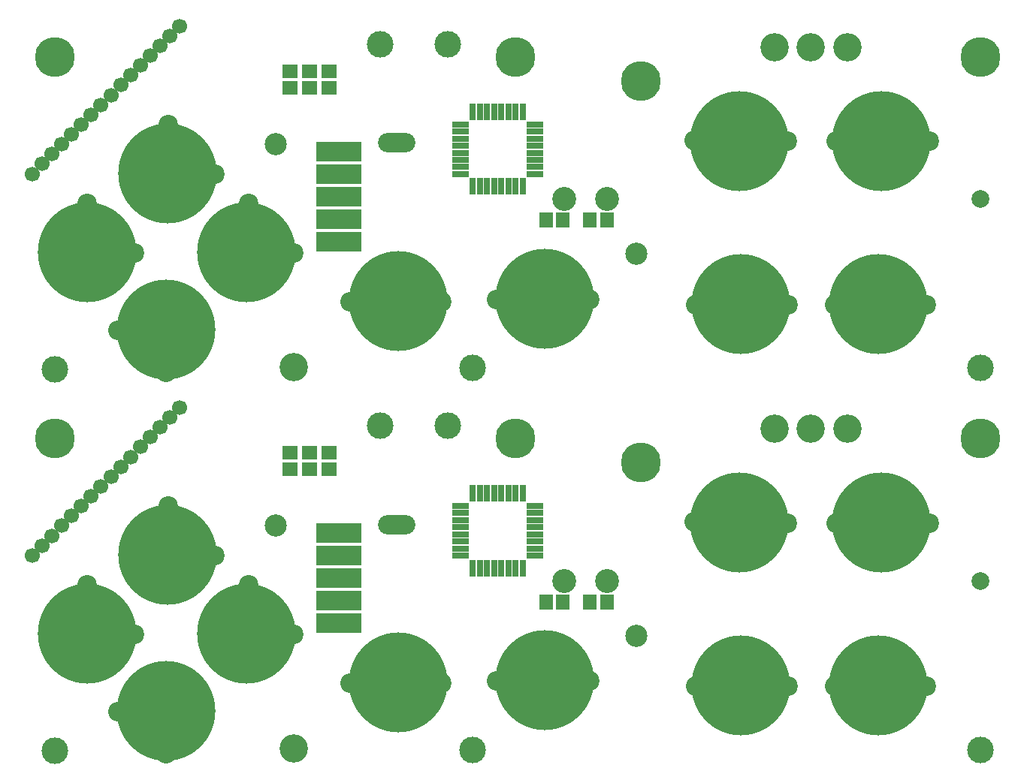
<source format=gts>
G04 DipTrace 3.3.1.1*
G04 top_mask_dendy_gamepad_Remastered_rev2.7.gts*
%MOMM*%
G04 #@! TF.FileFunction,Soldermask,Top*
G04 #@! TF.Part,Single*
%AMOUTLINE1*
4,1,4,
0.85,-0.75,
-0.85,-0.75,
-0.85,0.75,
0.85,0.75,
0.85,-0.75,
0*%
%AMOUTLINE4*
4,1,4,
0.35,-0.95,
-0.35,-0.95,
-0.35,0.95,
0.35,0.95,
0.35,-0.95,
0*%
%AMOUTLINE7*
4,1,4,
-0.95,-0.35,
-0.95,0.35,
0.95,0.35,
0.95,-0.35,
-0.95,-0.35,
0*%
%ADD17C,2.0*%
%ADD20O,11.11317X11.27127*%
%ADD26C,3.0*%
%ADD33C,4.5*%
%ADD34C,2.5*%
%ADD39C,2.7*%
%ADD41C,3.2*%
%ADD43R,5.2X2.2*%
%ADD45C,1.7*%
%ADD47O,4.2X2.2*%
%ADD49C,3.2*%
%ADD51C,2.2*%
%ADD53R,1.5X1.7*%
%ADD58OUTLINE1*%
%ADD61OUTLINE4*%
%ADD64OUTLINE7*%
%FSLAX35Y35*%
G04*
G71*
G90*
G75*
G01*
G04 TopMask*
%LPD*%
D58*
X4000690Y4699263D3*
Y4509263D3*
X4222963Y4699263D3*
Y4509263D3*
X4445237Y4699263D3*
Y4509263D3*
D53*
X6890243Y3016337D3*
X7080243D3*
X7382420D3*
X7572420D3*
D33*
X11780283Y4857990D3*
D26*
X11780253Y1349290D3*
D33*
X1349283Y4857990D3*
D26*
Y1333390D3*
X6064683Y1349290D3*
D33*
X6540983Y4857990D3*
D26*
X5016783Y5000890D3*
X5778883D3*
D34*
X7906383Y2635290D3*
X3841983Y3873690D3*
D17*
X11780283Y3254490D3*
D33*
X7953983Y4588090D3*
D51*
X4048317Y2651153D3*
D49*
X9875057Y4969167D3*
D51*
X2603540Y1301637D3*
D49*
X10287850Y4969167D3*
D51*
X2254253Y2651153D3*
D47*
X5207317Y3889553D3*
D51*
X3540263Y3206837D3*
D45*
X1206393Y3651383D3*
D51*
X3159223Y3540247D3*
D45*
X1428667Y3873657D3*
D51*
X2635293Y4095930D3*
D45*
X1539803Y3984793D3*
D51*
X2063733Y1777937D3*
D45*
X1984350Y4429340D3*
D51*
X1714447Y3206837D3*
D45*
X1762077Y4207067D3*
D51*
X6334557Y2127223D3*
D45*
X1873213Y4318203D3*
D51*
X8557290Y3921287D3*
D45*
X2095487Y4540477D3*
D51*
X4683383Y2095470D3*
D45*
X2206623Y4651613D3*
D51*
X10160833Y3905410D3*
D45*
X2317760Y4762750D3*
D51*
X9621027Y2063717D3*
D45*
X1650940Y4095930D3*
D51*
X10144957Y2063717D3*
D45*
X2428897Y4873887D3*
D51*
X11176940Y2063717D3*
D45*
X2540033Y4985023D3*
D51*
X8573167Y2063717D3*
D45*
X1095257Y3540247D3*
D51*
X11208693Y3905410D3*
D45*
X2651170Y5096160D3*
D49*
X9462263Y4969167D3*
D51*
X9605150Y3905410D3*
D45*
X2762307Y5207297D3*
D51*
X7382417Y2127223D3*
D43*
X4556373Y3794293D3*
Y3540293D3*
Y3286293D3*
Y3032293D3*
Y2778187D3*
D41*
X4048320Y1365163D3*
D51*
X5715367Y2095470D3*
D45*
X1317530Y3762520D3*
D61*
X6064657Y3397377D3*
X6144657D3*
X6224657D3*
X6304657D3*
X6384657D3*
X6464657D3*
X6544657D3*
X6624657D3*
D64*
X6764657Y3537377D3*
Y3617377D3*
Y3697377D3*
Y3777377D3*
Y3857377D3*
Y3937377D3*
Y4017377D3*
Y4097377D3*
D61*
X6624657Y4237377D3*
X6544657D3*
X6464657D3*
X6384657D3*
X6304657D3*
X6224657D3*
X6144657D3*
X6064657D3*
D64*
X5924657Y4097377D3*
Y4017377D3*
Y3937377D3*
Y3857377D3*
Y3777377D3*
Y3697377D3*
Y3617377D3*
Y3537377D3*
D39*
X7572940Y3254487D3*
X7090347D3*
D20*
X5223122Y2103407D3*
X6874295Y2135160D3*
X2619348Y3548183D3*
X1714378Y2659090D3*
X2603472Y1785873D3*
X3508442Y2659090D3*
X9081152Y2071653D3*
X10637065D3*
X9065275Y3913347D3*
X10668818D3*
D58*
X4000690Y9001840D3*
Y8811840D3*
X4222963Y9001840D3*
Y8811840D3*
X4445237Y9001840D3*
Y8811840D3*
D53*
X6890243Y7318913D3*
X7080243D3*
X7382420D3*
X7572420D3*
D33*
X11780283Y9160567D3*
D26*
X11780253Y5651867D3*
D33*
X1349283Y9160567D3*
D26*
Y5635967D3*
X6064683Y5651867D3*
D33*
X6540983Y9160567D3*
D26*
X5016783Y9303467D3*
X5778883D3*
D34*
X7906383Y6937867D3*
X3841983Y8176267D3*
D17*
X11780283Y7557067D3*
D33*
X7953983Y8890667D3*
D51*
X4048317Y6953730D3*
D49*
X9875057Y9271743D3*
D51*
X2603540Y5604213D3*
D49*
X10287850Y9271743D3*
D51*
X2254253Y6953730D3*
D47*
X5207317Y8192130D3*
D51*
X3540263Y7509413D3*
D45*
X1206393Y7953960D3*
D51*
X3159223Y7842823D3*
D45*
X1428667Y8176233D3*
D51*
X2635293Y8398507D3*
D45*
X1539803Y8287370D3*
D51*
X2063733Y6080513D3*
D45*
X1984350Y8731917D3*
D51*
X1714447Y7509413D3*
D45*
X1762077Y8509643D3*
D51*
X6334557Y6429800D3*
D45*
X1873213Y8620780D3*
D51*
X8557290Y8223863D3*
D45*
X2095487Y8843053D3*
D51*
X4683383Y6398047D3*
D45*
X2206623Y8954190D3*
D51*
X10160833Y8207987D3*
D45*
X2317760Y9065327D3*
D51*
X9621027Y6366293D3*
D45*
X1650940Y8398507D3*
D51*
X10144957Y6366293D3*
D45*
X2428897Y9176463D3*
D51*
X11176940Y6366293D3*
D45*
X2540033Y9287600D3*
D51*
X8573167Y6366293D3*
D45*
X1095257Y7842823D3*
D51*
X11208693Y8207987D3*
D45*
X2651170Y9398737D3*
D49*
X9462263Y9271743D3*
D51*
X9605150Y8207987D3*
D45*
X2762307Y9509873D3*
D51*
X7382417Y6429800D3*
D43*
X4556373Y8096870D3*
Y7842870D3*
Y7588870D3*
Y7334870D3*
Y7080763D3*
D41*
X4048320Y5667740D3*
D51*
X5715367Y6398047D3*
D45*
X1317530Y8065097D3*
D61*
X6064657Y7699953D3*
X6144657D3*
X6224657D3*
X6304657D3*
X6384657D3*
X6464657D3*
X6544657D3*
X6624657D3*
D64*
X6764657Y7839953D3*
Y7919953D3*
Y7999953D3*
Y8079953D3*
Y8159953D3*
Y8239953D3*
Y8319953D3*
Y8399953D3*
D61*
X6624657Y8539953D3*
X6544657D3*
X6464657D3*
X6384657D3*
X6304657D3*
X6224657D3*
X6144657D3*
X6064657D3*
D64*
X5924657Y8399953D3*
Y8319953D3*
Y8239953D3*
Y8159953D3*
Y8079953D3*
Y7999953D3*
Y7919953D3*
Y7839953D3*
D39*
X7572940Y7557063D3*
X7090347D3*
D20*
X5223122Y6405983D3*
X6874295Y6437737D3*
X2619348Y7850760D3*
X1714378Y6961667D3*
X2603472Y6088450D3*
X3508442Y6961667D3*
X9081152Y6374230D3*
X10637065D3*
X9065275Y8215923D3*
X10668818D3*
M02*

</source>
